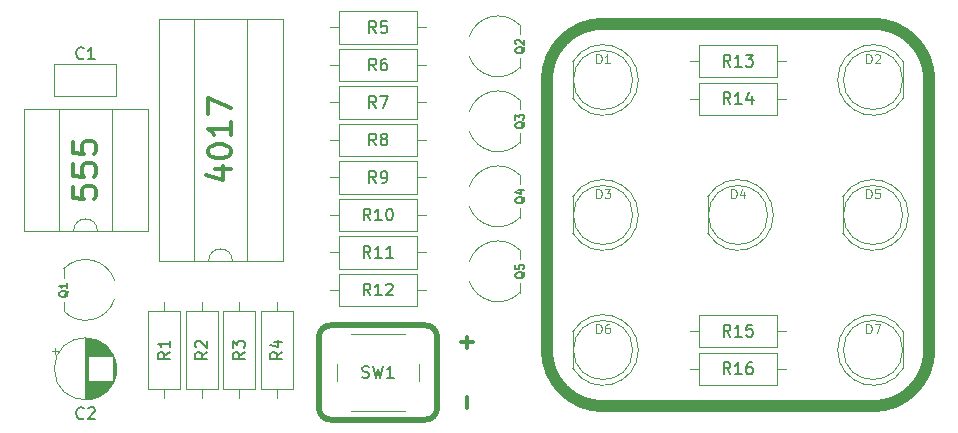
<source format=gbr>
%TF.GenerationSoftware,KiCad,Pcbnew,(5.1.6)-1*%
%TF.CreationDate,2021-03-10T22:21:53+01:00*%
%TF.ProjectId,555_Dice,3535355f-4469-4636-952e-6b696361645f,rev?*%
%TF.SameCoordinates,Original*%
%TF.FileFunction,Legend,Top*%
%TF.FilePolarity,Positive*%
%FSLAX46Y46*%
G04 Gerber Fmt 4.6, Leading zero omitted, Abs format (unit mm)*
G04 Created by KiCad (PCBNEW (5.1.6)-1) date 2021-03-10 22:21:53*
%MOMM*%
%LPD*%
G01*
G04 APERTURE LIST*
%ADD10C,0.500000*%
%ADD11C,1.000000*%
%ADD12C,0.317500*%
%ADD13C,0.300000*%
%ADD14C,0.120000*%
%ADD15C,0.150000*%
%ADD16C,0.100000*%
G04 APERTURE END LIST*
D10*
X112330000Y-74335000D02*
G75*
G02*
X113330000Y-75335000I0J-1000000D01*
G01*
X113330000Y-81335000D02*
G75*
G02*
X112330000Y-82335000I-1000000J0D01*
G01*
X104330000Y-82335000D02*
G75*
G02*
X103330000Y-81335000I0J1000000D01*
G01*
X103330000Y-75335000D02*
G75*
G02*
X104330000Y-74335000I1000000J0D01*
G01*
X113330000Y-81335000D02*
X113330000Y-75335000D01*
X104330000Y-82335000D02*
X112330000Y-82335000D01*
X103330000Y-75335000D02*
X103330000Y-81335000D01*
X112330000Y-74335000D02*
X104330000Y-74335000D01*
D11*
X127380000Y-48807500D02*
X150240000Y-48807500D01*
X122617500Y-53570000D02*
X122617500Y-76430000D01*
X155002500Y-53570000D02*
X155002500Y-76430000D01*
X127380000Y-81192500D02*
X150240000Y-81192500D01*
X127380000Y-81192500D02*
G75*
G02*
X122617500Y-76430000I0J4762500D01*
G01*
X122617500Y-53570000D02*
G75*
G02*
X127380000Y-48807500I4762500J0D01*
G01*
X150240000Y-48807500D02*
G75*
G02*
X155002500Y-53570000I0J-4762500D01*
G01*
X155002500Y-76430000D02*
G75*
G02*
X150240000Y-81192500I-4762500J0D01*
G01*
D12*
X115859285Y-80391190D02*
X115859285Y-81358809D01*
X115859285Y-75311190D02*
X115859285Y-76278809D01*
X115375476Y-75795000D02*
X116343095Y-75795000D01*
D13*
X94566428Y-61126190D02*
X95899761Y-61126190D01*
X93804523Y-61602380D02*
X95233095Y-62078571D01*
X95233095Y-60840476D01*
X93899761Y-59697619D02*
X93899761Y-59507142D01*
X93995000Y-59316666D01*
X94090238Y-59221428D01*
X94280714Y-59126190D01*
X94661666Y-59030952D01*
X95137857Y-59030952D01*
X95518809Y-59126190D01*
X95709285Y-59221428D01*
X95804523Y-59316666D01*
X95899761Y-59507142D01*
X95899761Y-59697619D01*
X95804523Y-59888095D01*
X95709285Y-59983333D01*
X95518809Y-60078571D01*
X95137857Y-60173809D01*
X94661666Y-60173809D01*
X94280714Y-60078571D01*
X94090238Y-59983333D01*
X93995000Y-59888095D01*
X93899761Y-59697619D01*
X95899761Y-57126190D02*
X95899761Y-58269047D01*
X95899761Y-57697619D02*
X93899761Y-57697619D01*
X94185476Y-57888095D01*
X94375952Y-58078571D01*
X94471190Y-58269047D01*
X93899761Y-56459523D02*
X93899761Y-55126190D01*
X95899761Y-55983333D01*
X82469761Y-62618571D02*
X82469761Y-63570952D01*
X83422142Y-63666190D01*
X83326904Y-63570952D01*
X83231666Y-63380476D01*
X83231666Y-62904285D01*
X83326904Y-62713809D01*
X83422142Y-62618571D01*
X83612619Y-62523333D01*
X84088809Y-62523333D01*
X84279285Y-62618571D01*
X84374523Y-62713809D01*
X84469761Y-62904285D01*
X84469761Y-63380476D01*
X84374523Y-63570952D01*
X84279285Y-63666190D01*
X82469761Y-60713809D02*
X82469761Y-61666190D01*
X83422142Y-61761428D01*
X83326904Y-61666190D01*
X83231666Y-61475714D01*
X83231666Y-60999523D01*
X83326904Y-60809047D01*
X83422142Y-60713809D01*
X83612619Y-60618571D01*
X84088809Y-60618571D01*
X84279285Y-60713809D01*
X84374523Y-60809047D01*
X84469761Y-60999523D01*
X84469761Y-61475714D01*
X84374523Y-61666190D01*
X84279285Y-61761428D01*
X82469761Y-58809047D02*
X82469761Y-59761428D01*
X83422142Y-59856666D01*
X83326904Y-59761428D01*
X83231666Y-59570952D01*
X83231666Y-59094761D01*
X83326904Y-58904285D01*
X83422142Y-58809047D01*
X83612619Y-58713809D01*
X84088809Y-58713809D01*
X84279285Y-58809047D01*
X84374523Y-58904285D01*
X84469761Y-59094761D01*
X84469761Y-59570952D01*
X84374523Y-59761428D01*
X84279285Y-59856666D01*
D14*
%TO.C,R16*%
X142080000Y-79387500D02*
X142080000Y-76647500D01*
X142080000Y-76647500D02*
X135540000Y-76647500D01*
X135540000Y-76647500D02*
X135540000Y-79387500D01*
X135540000Y-79387500D02*
X142080000Y-79387500D01*
X142850000Y-78017500D02*
X142080000Y-78017500D01*
X134770000Y-78017500D02*
X135540000Y-78017500D01*
%TO.C,R15*%
X142080000Y-76212500D02*
X142080000Y-73472500D01*
X142080000Y-73472500D02*
X135540000Y-73472500D01*
X135540000Y-73472500D02*
X135540000Y-76212500D01*
X135540000Y-76212500D02*
X142080000Y-76212500D01*
X142850000Y-74842500D02*
X142080000Y-74842500D01*
X134770000Y-74842500D02*
X135540000Y-74842500D01*
%TO.C,R14*%
X135540000Y-53787500D02*
X135540000Y-56527500D01*
X135540000Y-56527500D02*
X142080000Y-56527500D01*
X142080000Y-56527500D02*
X142080000Y-53787500D01*
X142080000Y-53787500D02*
X135540000Y-53787500D01*
X134770000Y-55157500D02*
X135540000Y-55157500D01*
X142850000Y-55157500D02*
X142080000Y-55157500D01*
%TO.C,R13*%
X142080000Y-53352500D02*
X142080000Y-50612500D01*
X142080000Y-50612500D02*
X135540000Y-50612500D01*
X135540000Y-50612500D02*
X135540000Y-53352500D01*
X135540000Y-53352500D02*
X142080000Y-53352500D01*
X142850000Y-51982500D02*
X142080000Y-51982500D01*
X134770000Y-51982500D02*
X135540000Y-51982500D01*
%TO.C,R12*%
X111600000Y-72720000D02*
X111600000Y-69980000D01*
X111600000Y-69980000D02*
X105060000Y-69980000D01*
X105060000Y-69980000D02*
X105060000Y-72720000D01*
X105060000Y-72720000D02*
X111600000Y-72720000D01*
X112370000Y-71350000D02*
X111600000Y-71350000D01*
X104290000Y-71350000D02*
X105060000Y-71350000D01*
%TO.C,R11*%
X111600000Y-69545000D02*
X111600000Y-66805000D01*
X111600000Y-66805000D02*
X105060000Y-66805000D01*
X105060000Y-66805000D02*
X105060000Y-69545000D01*
X105060000Y-69545000D02*
X111600000Y-69545000D01*
X112370000Y-68175000D02*
X111600000Y-68175000D01*
X104290000Y-68175000D02*
X105060000Y-68175000D01*
%TO.C,R10*%
X111600000Y-66370000D02*
X111600000Y-63630000D01*
X111600000Y-63630000D02*
X105060000Y-63630000D01*
X105060000Y-63630000D02*
X105060000Y-66370000D01*
X105060000Y-66370000D02*
X111600000Y-66370000D01*
X112370000Y-65000000D02*
X111600000Y-65000000D01*
X104290000Y-65000000D02*
X105060000Y-65000000D01*
%TO.C,R9*%
X111600000Y-63195000D02*
X111600000Y-60455000D01*
X111600000Y-60455000D02*
X105060000Y-60455000D01*
X105060000Y-60455000D02*
X105060000Y-63195000D01*
X105060000Y-63195000D02*
X111600000Y-63195000D01*
X112370000Y-61825000D02*
X111600000Y-61825000D01*
X104290000Y-61825000D02*
X105060000Y-61825000D01*
%TO.C,R8*%
X111600000Y-60020000D02*
X111600000Y-57280000D01*
X111600000Y-57280000D02*
X105060000Y-57280000D01*
X105060000Y-57280000D02*
X105060000Y-60020000D01*
X105060000Y-60020000D02*
X111600000Y-60020000D01*
X112370000Y-58650000D02*
X111600000Y-58650000D01*
X104290000Y-58650000D02*
X105060000Y-58650000D01*
%TO.C,R7*%
X111600000Y-56845000D02*
X111600000Y-54105000D01*
X111600000Y-54105000D02*
X105060000Y-54105000D01*
X105060000Y-54105000D02*
X105060000Y-56845000D01*
X105060000Y-56845000D02*
X111600000Y-56845000D01*
X112370000Y-55475000D02*
X111600000Y-55475000D01*
X104290000Y-55475000D02*
X105060000Y-55475000D01*
%TO.C,R6*%
X111600000Y-53670000D02*
X111600000Y-50930000D01*
X111600000Y-50930000D02*
X105060000Y-50930000D01*
X105060000Y-50930000D02*
X105060000Y-53670000D01*
X105060000Y-53670000D02*
X111600000Y-53670000D01*
X112370000Y-52300000D02*
X111600000Y-52300000D01*
X104290000Y-52300000D02*
X105060000Y-52300000D01*
%TO.C,R5*%
X111600000Y-50495000D02*
X111600000Y-47755000D01*
X111600000Y-47755000D02*
X105060000Y-47755000D01*
X105060000Y-47755000D02*
X105060000Y-50495000D01*
X105060000Y-50495000D02*
X111600000Y-50495000D01*
X112370000Y-49125000D02*
X111600000Y-49125000D01*
X104290000Y-49125000D02*
X105060000Y-49125000D01*
%TO.C,R4*%
X98387500Y-79700000D02*
X101127500Y-79700000D01*
X101127500Y-79700000D02*
X101127500Y-73160000D01*
X101127500Y-73160000D02*
X98387500Y-73160000D01*
X98387500Y-73160000D02*
X98387500Y-79700000D01*
X99757500Y-80470000D02*
X99757500Y-79700000D01*
X99757500Y-72390000D02*
X99757500Y-73160000D01*
%TO.C,R3*%
X97952500Y-73160000D02*
X95212500Y-73160000D01*
X95212500Y-73160000D02*
X95212500Y-79700000D01*
X95212500Y-79700000D02*
X97952500Y-79700000D01*
X97952500Y-79700000D02*
X97952500Y-73160000D01*
X96582500Y-72390000D02*
X96582500Y-73160000D01*
X96582500Y-80470000D02*
X96582500Y-79700000D01*
%TO.C,R2*%
X92037500Y-79700000D02*
X94777500Y-79700000D01*
X94777500Y-79700000D02*
X94777500Y-73160000D01*
X94777500Y-73160000D02*
X92037500Y-73160000D01*
X92037500Y-73160000D02*
X92037500Y-79700000D01*
X93407500Y-80470000D02*
X93407500Y-79700000D01*
X93407500Y-72390000D02*
X93407500Y-73160000D01*
%TO.C,R1*%
X88862500Y-79700000D02*
X91602500Y-79700000D01*
X91602500Y-79700000D02*
X91602500Y-73160000D01*
X91602500Y-73160000D02*
X88862500Y-73160000D01*
X88862500Y-73160000D02*
X88862500Y-79700000D01*
X90232500Y-80470000D02*
X90232500Y-79700000D01*
X90232500Y-72390000D02*
X90232500Y-73160000D01*
%TO.C,SW1*%
X111830000Y-79085000D02*
X111830000Y-77585000D01*
X110580000Y-75085000D02*
X106080000Y-75085000D01*
X104830000Y-77585000D02*
X104830000Y-79085000D01*
X106080000Y-81585000D02*
X110580000Y-81585000D01*
%TO.C,D7*%
X152800000Y-77975000D02*
X152800000Y-74885000D01*
X152740000Y-76430000D02*
G75*
G03*
X152740000Y-76430000I-2500000J0D01*
G01*
X147250000Y-76430462D02*
G75*
G02*
X152800000Y-74885170I2990000J462D01*
G01*
X147250000Y-76429538D02*
G75*
G03*
X152800000Y-77974830I2990000J-462D01*
G01*
%TO.C,D6*%
X124820000Y-74885000D02*
X124820000Y-77975000D01*
X129880000Y-76430000D02*
G75*
G03*
X129880000Y-76430000I-2500000J0D01*
G01*
X130370000Y-76429538D02*
G75*
G02*
X124820000Y-77974830I-2990000J-462D01*
G01*
X130370000Y-76430462D02*
G75*
G03*
X124820000Y-74885170I-2990000J462D01*
G01*
%TO.C,D5*%
X147680000Y-63455000D02*
X147680000Y-66545000D01*
X152740000Y-65000000D02*
G75*
G03*
X152740000Y-65000000I-2500000J0D01*
G01*
X153230000Y-64999538D02*
G75*
G02*
X147680000Y-66544830I-2990000J-462D01*
G01*
X153230000Y-65000462D02*
G75*
G03*
X147680000Y-63455170I-2990000J462D01*
G01*
%TO.C,D4*%
X136250000Y-63455000D02*
X136250000Y-66545000D01*
X141310000Y-65000000D02*
G75*
G03*
X141310000Y-65000000I-2500000J0D01*
G01*
X141800000Y-64999538D02*
G75*
G02*
X136250000Y-66544830I-2990000J-462D01*
G01*
X141800000Y-65000462D02*
G75*
G03*
X136250000Y-63455170I-2990000J462D01*
G01*
%TO.C,D3*%
X124820000Y-63455000D02*
X124820000Y-66545000D01*
X129880000Y-65000000D02*
G75*
G03*
X129880000Y-65000000I-2500000J0D01*
G01*
X130370000Y-64999538D02*
G75*
G02*
X124820000Y-66544830I-2990000J-462D01*
G01*
X130370000Y-65000462D02*
G75*
G03*
X124820000Y-63455170I-2990000J462D01*
G01*
%TO.C,D2*%
X152800000Y-55115000D02*
X152800000Y-52025000D01*
X152740000Y-53570000D02*
G75*
G03*
X152740000Y-53570000I-2500000J0D01*
G01*
X147250000Y-53570462D02*
G75*
G02*
X152800000Y-52025170I2990000J462D01*
G01*
X147250000Y-53569538D02*
G75*
G03*
X152800000Y-55114830I2990000J-462D01*
G01*
%TO.C,D1*%
X124820000Y-52025000D02*
X124820000Y-55115000D01*
X129880000Y-53570000D02*
G75*
G03*
X129880000Y-53570000I-2500000J0D01*
G01*
X130370000Y-53569538D02*
G75*
G02*
X124820000Y-55114830I-2990000J-462D01*
G01*
X130370000Y-53570462D02*
G75*
G03*
X124820000Y-52025170I-2990000J462D01*
G01*
%TO.C,Q4*%
X120340000Y-65212500D02*
X120340000Y-64428500D01*
X120340000Y-62396500D02*
X120340000Y-61612500D01*
X120331741Y-65224375D02*
G75*
G02*
X116040000Y-64232500I-1841741J1811875D01*
G01*
X120317684Y-61604055D02*
G75*
G03*
X116040000Y-62632500I-1827684J-1808445D01*
G01*
%TO.C,C1*%
X86165000Y-52200000D02*
X86165000Y-54940000D01*
X80925000Y-52200000D02*
X80925000Y-54940000D01*
X80925000Y-54940000D02*
X86165000Y-54940000D01*
X80925000Y-52200000D02*
X86165000Y-52200000D01*
%TO.C,C2*%
X80990225Y-76292500D02*
X80990225Y-76792500D01*
X80740225Y-76542500D02*
X81240225Y-76542500D01*
X86146000Y-77733500D02*
X86146000Y-78301500D01*
X86106000Y-77499500D02*
X86106000Y-78535500D01*
X86066000Y-77340500D02*
X86066000Y-78694500D01*
X86026000Y-77212500D02*
X86026000Y-78822500D01*
X85986000Y-77102500D02*
X85986000Y-78932500D01*
X85946000Y-77006500D02*
X85946000Y-79028500D01*
X85906000Y-76919500D02*
X85906000Y-79115500D01*
X85866000Y-76839500D02*
X85866000Y-79195500D01*
X85826000Y-79057500D02*
X85826000Y-79268500D01*
X85826000Y-76766500D02*
X85826000Y-76977500D01*
X85786000Y-79057500D02*
X85786000Y-79336500D01*
X85786000Y-76698500D02*
X85786000Y-76977500D01*
X85746000Y-79057500D02*
X85746000Y-79400500D01*
X85746000Y-76634500D02*
X85746000Y-76977500D01*
X85706000Y-79057500D02*
X85706000Y-79460500D01*
X85706000Y-76574500D02*
X85706000Y-76977500D01*
X85666000Y-79057500D02*
X85666000Y-79517500D01*
X85666000Y-76517500D02*
X85666000Y-76977500D01*
X85626000Y-79057500D02*
X85626000Y-79571500D01*
X85626000Y-76463500D02*
X85626000Y-76977500D01*
X85586000Y-79057500D02*
X85586000Y-79622500D01*
X85586000Y-76412500D02*
X85586000Y-76977500D01*
X85546000Y-79057500D02*
X85546000Y-79670500D01*
X85546000Y-76364500D02*
X85546000Y-76977500D01*
X85506000Y-79057500D02*
X85506000Y-79716500D01*
X85506000Y-76318500D02*
X85506000Y-76977500D01*
X85466000Y-79057500D02*
X85466000Y-79760500D01*
X85466000Y-76274500D02*
X85466000Y-76977500D01*
X85426000Y-79057500D02*
X85426000Y-79802500D01*
X85426000Y-76232500D02*
X85426000Y-76977500D01*
X85386000Y-79057500D02*
X85386000Y-79843500D01*
X85386000Y-76191500D02*
X85386000Y-76977500D01*
X85346000Y-79057500D02*
X85346000Y-79881500D01*
X85346000Y-76153500D02*
X85346000Y-76977500D01*
X85306000Y-79057500D02*
X85306000Y-79918500D01*
X85306000Y-76116500D02*
X85306000Y-76977500D01*
X85266000Y-79057500D02*
X85266000Y-79954500D01*
X85266000Y-76080500D02*
X85266000Y-76977500D01*
X85226000Y-79057500D02*
X85226000Y-79988500D01*
X85226000Y-76046500D02*
X85226000Y-76977500D01*
X85186000Y-79057500D02*
X85186000Y-80021500D01*
X85186000Y-76013500D02*
X85186000Y-76977500D01*
X85146000Y-79057500D02*
X85146000Y-80052500D01*
X85146000Y-75982500D02*
X85146000Y-76977500D01*
X85106000Y-79057500D02*
X85106000Y-80082500D01*
X85106000Y-75952500D02*
X85106000Y-76977500D01*
X85066000Y-79057500D02*
X85066000Y-80112500D01*
X85066000Y-75922500D02*
X85066000Y-76977500D01*
X85026000Y-79057500D02*
X85026000Y-80139500D01*
X85026000Y-75895500D02*
X85026000Y-76977500D01*
X84986000Y-79057500D02*
X84986000Y-80166500D01*
X84986000Y-75868500D02*
X84986000Y-76977500D01*
X84946000Y-79057500D02*
X84946000Y-80192500D01*
X84946000Y-75842500D02*
X84946000Y-76977500D01*
X84906000Y-79057500D02*
X84906000Y-80217500D01*
X84906000Y-75817500D02*
X84906000Y-76977500D01*
X84866000Y-79057500D02*
X84866000Y-80241500D01*
X84866000Y-75793500D02*
X84866000Y-76977500D01*
X84826000Y-79057500D02*
X84826000Y-80264500D01*
X84826000Y-75770500D02*
X84826000Y-76977500D01*
X84786000Y-79057500D02*
X84786000Y-80285500D01*
X84786000Y-75749500D02*
X84786000Y-76977500D01*
X84746000Y-79057500D02*
X84746000Y-80307500D01*
X84746000Y-75727500D02*
X84746000Y-76977500D01*
X84706000Y-79057500D02*
X84706000Y-80327500D01*
X84706000Y-75707500D02*
X84706000Y-76977500D01*
X84666000Y-79057500D02*
X84666000Y-80346500D01*
X84666000Y-75688500D02*
X84666000Y-76977500D01*
X84626000Y-79057500D02*
X84626000Y-80365500D01*
X84626000Y-75669500D02*
X84626000Y-76977500D01*
X84586000Y-79057500D02*
X84586000Y-80382500D01*
X84586000Y-75652500D02*
X84586000Y-76977500D01*
X84546000Y-79057500D02*
X84546000Y-80399500D01*
X84546000Y-75635500D02*
X84546000Y-76977500D01*
X84506000Y-79057500D02*
X84506000Y-80415500D01*
X84506000Y-75619500D02*
X84506000Y-76977500D01*
X84466000Y-79057500D02*
X84466000Y-80431500D01*
X84466000Y-75603500D02*
X84466000Y-76977500D01*
X84426000Y-79057500D02*
X84426000Y-80445500D01*
X84426000Y-75589500D02*
X84426000Y-76977500D01*
X84386000Y-79057500D02*
X84386000Y-80459500D01*
X84386000Y-75575500D02*
X84386000Y-76977500D01*
X84346000Y-79057500D02*
X84346000Y-80472500D01*
X84346000Y-75562500D02*
X84346000Y-76977500D01*
X84306000Y-79057500D02*
X84306000Y-80485500D01*
X84306000Y-75549500D02*
X84306000Y-76977500D01*
X84266000Y-79057500D02*
X84266000Y-80497500D01*
X84266000Y-75537500D02*
X84266000Y-76977500D01*
X84225000Y-79057500D02*
X84225000Y-80508500D01*
X84225000Y-75526500D02*
X84225000Y-76977500D01*
X84185000Y-79057500D02*
X84185000Y-80518500D01*
X84185000Y-75516500D02*
X84185000Y-76977500D01*
X84145000Y-79057500D02*
X84145000Y-80528500D01*
X84145000Y-75506500D02*
X84145000Y-76977500D01*
X84105000Y-79057500D02*
X84105000Y-80537500D01*
X84105000Y-75497500D02*
X84105000Y-76977500D01*
X84065000Y-79057500D02*
X84065000Y-80545500D01*
X84065000Y-75489500D02*
X84065000Y-76977500D01*
X84025000Y-79057500D02*
X84025000Y-80553500D01*
X84025000Y-75481500D02*
X84025000Y-76977500D01*
X83985000Y-79057500D02*
X83985000Y-80560500D01*
X83985000Y-75474500D02*
X83985000Y-76977500D01*
X83945000Y-79057500D02*
X83945000Y-80567500D01*
X83945000Y-75467500D02*
X83945000Y-76977500D01*
X83905000Y-79057500D02*
X83905000Y-80573500D01*
X83905000Y-75461500D02*
X83905000Y-76977500D01*
X83865000Y-79057500D02*
X83865000Y-80578500D01*
X83865000Y-75456500D02*
X83865000Y-76977500D01*
X83825000Y-79057500D02*
X83825000Y-80582500D01*
X83825000Y-75452500D02*
X83825000Y-76977500D01*
X83785000Y-79057500D02*
X83785000Y-80586500D01*
X83785000Y-75448500D02*
X83785000Y-76977500D01*
X83745000Y-75444500D02*
X83745000Y-80590500D01*
X83705000Y-75441500D02*
X83705000Y-80593500D01*
X83665000Y-75439500D02*
X83665000Y-80595500D01*
X83625000Y-75438500D02*
X83625000Y-80596500D01*
X83585000Y-75437500D02*
X83585000Y-80597500D01*
X83545000Y-75437500D02*
X83545000Y-80597500D01*
X86165000Y-78017500D02*
G75*
G03*
X86165000Y-78017500I-2620000J0D01*
G01*
%TO.C,Q5*%
X120340000Y-71562500D02*
X120340000Y-70778500D01*
X120340000Y-68746500D02*
X120340000Y-67962500D01*
X120331741Y-71574375D02*
G75*
G02*
X116040000Y-70582500I-1841741J1811875D01*
G01*
X120317684Y-67954055D02*
G75*
G03*
X116040000Y-68982500I-1827684J-1808445D01*
G01*
%TO.C,Q2*%
X120340000Y-52512500D02*
X120340000Y-51728500D01*
X120340000Y-49696500D02*
X120340000Y-48912500D01*
X120331741Y-52524375D02*
G75*
G02*
X116040000Y-51532500I-1841741J1811875D01*
G01*
X120317684Y-48904055D02*
G75*
G03*
X116040000Y-49932500I-1827684J-1808445D01*
G01*
%TO.C,Q3*%
X120340000Y-58862500D02*
X120340000Y-58078500D01*
X120340000Y-56046500D02*
X120340000Y-55262500D01*
X120331741Y-58874375D02*
G75*
G02*
X116040000Y-57882500I-1841741J1811875D01*
G01*
X120317684Y-55254055D02*
G75*
G03*
X116040000Y-56282500I-1827684J-1808445D01*
G01*
%TO.C,Q1*%
X81715000Y-69550000D02*
X81715000Y-70334000D01*
X81715000Y-72366000D02*
X81715000Y-73150000D01*
X81723259Y-69538125D02*
G75*
G02*
X86015000Y-70530000I1841741J-1811875D01*
G01*
X81737316Y-73158445D02*
G75*
G03*
X86015000Y-72130000I1827684J1808445D01*
G01*
%TO.C,U2*%
X89745000Y-68930000D02*
X100245000Y-68930000D01*
X89745000Y-48370000D02*
X89745000Y-68930000D01*
X100245000Y-48370000D02*
X89745000Y-48370000D01*
X100245000Y-68930000D02*
X100245000Y-48370000D01*
X92745000Y-68870000D02*
X93995000Y-68870000D01*
X92745000Y-48430000D02*
X92745000Y-68870000D01*
X97245000Y-48430000D02*
X92745000Y-48430000D01*
X97245000Y-68870000D02*
X97245000Y-48430000D01*
X95995000Y-68870000D02*
X97245000Y-68870000D01*
X93995000Y-68870000D02*
G75*
G02*
X95995000Y-68870000I1000000J0D01*
G01*
%TO.C,U1*%
X84565000Y-66330000D02*
X85815000Y-66330000D01*
X85815000Y-66330000D02*
X85815000Y-56050000D01*
X85815000Y-56050000D02*
X81315000Y-56050000D01*
X81315000Y-56050000D02*
X81315000Y-66330000D01*
X81315000Y-66330000D02*
X82565000Y-66330000D01*
X88815000Y-66390000D02*
X88815000Y-55990000D01*
X88815000Y-55990000D02*
X78315000Y-55990000D01*
X78315000Y-55990000D02*
X78315000Y-66390000D01*
X78315000Y-66390000D02*
X88815000Y-66390000D01*
X82565000Y-66330000D02*
G75*
G02*
X84565000Y-66330000I1000000J0D01*
G01*
%TO.C,R16*%
D15*
X138167142Y-78469880D02*
X137833809Y-77993690D01*
X137595714Y-78469880D02*
X137595714Y-77469880D01*
X137976666Y-77469880D01*
X138071904Y-77517500D01*
X138119523Y-77565119D01*
X138167142Y-77660357D01*
X138167142Y-77803214D01*
X138119523Y-77898452D01*
X138071904Y-77946071D01*
X137976666Y-77993690D01*
X137595714Y-77993690D01*
X139119523Y-78469880D02*
X138548095Y-78469880D01*
X138833809Y-78469880D02*
X138833809Y-77469880D01*
X138738571Y-77612738D01*
X138643333Y-77707976D01*
X138548095Y-77755595D01*
X139976666Y-77469880D02*
X139786190Y-77469880D01*
X139690952Y-77517500D01*
X139643333Y-77565119D01*
X139548095Y-77707976D01*
X139500476Y-77898452D01*
X139500476Y-78279404D01*
X139548095Y-78374642D01*
X139595714Y-78422261D01*
X139690952Y-78469880D01*
X139881428Y-78469880D01*
X139976666Y-78422261D01*
X140024285Y-78374642D01*
X140071904Y-78279404D01*
X140071904Y-78041309D01*
X140024285Y-77946071D01*
X139976666Y-77898452D01*
X139881428Y-77850833D01*
X139690952Y-77850833D01*
X139595714Y-77898452D01*
X139548095Y-77946071D01*
X139500476Y-78041309D01*
%TO.C,R15*%
X138167142Y-75294880D02*
X137833809Y-74818690D01*
X137595714Y-75294880D02*
X137595714Y-74294880D01*
X137976666Y-74294880D01*
X138071904Y-74342500D01*
X138119523Y-74390119D01*
X138167142Y-74485357D01*
X138167142Y-74628214D01*
X138119523Y-74723452D01*
X138071904Y-74771071D01*
X137976666Y-74818690D01*
X137595714Y-74818690D01*
X139119523Y-75294880D02*
X138548095Y-75294880D01*
X138833809Y-75294880D02*
X138833809Y-74294880D01*
X138738571Y-74437738D01*
X138643333Y-74532976D01*
X138548095Y-74580595D01*
X140024285Y-74294880D02*
X139548095Y-74294880D01*
X139500476Y-74771071D01*
X139548095Y-74723452D01*
X139643333Y-74675833D01*
X139881428Y-74675833D01*
X139976666Y-74723452D01*
X140024285Y-74771071D01*
X140071904Y-74866309D01*
X140071904Y-75104404D01*
X140024285Y-75199642D01*
X139976666Y-75247261D01*
X139881428Y-75294880D01*
X139643333Y-75294880D01*
X139548095Y-75247261D01*
X139500476Y-75199642D01*
%TO.C,R14*%
X138167142Y-55609880D02*
X137833809Y-55133690D01*
X137595714Y-55609880D02*
X137595714Y-54609880D01*
X137976666Y-54609880D01*
X138071904Y-54657500D01*
X138119523Y-54705119D01*
X138167142Y-54800357D01*
X138167142Y-54943214D01*
X138119523Y-55038452D01*
X138071904Y-55086071D01*
X137976666Y-55133690D01*
X137595714Y-55133690D01*
X139119523Y-55609880D02*
X138548095Y-55609880D01*
X138833809Y-55609880D02*
X138833809Y-54609880D01*
X138738571Y-54752738D01*
X138643333Y-54847976D01*
X138548095Y-54895595D01*
X139976666Y-54943214D02*
X139976666Y-55609880D01*
X139738571Y-54562261D02*
X139500476Y-55276547D01*
X140119523Y-55276547D01*
%TO.C,R13*%
X138167142Y-52434880D02*
X137833809Y-51958690D01*
X137595714Y-52434880D02*
X137595714Y-51434880D01*
X137976666Y-51434880D01*
X138071904Y-51482500D01*
X138119523Y-51530119D01*
X138167142Y-51625357D01*
X138167142Y-51768214D01*
X138119523Y-51863452D01*
X138071904Y-51911071D01*
X137976666Y-51958690D01*
X137595714Y-51958690D01*
X139119523Y-52434880D02*
X138548095Y-52434880D01*
X138833809Y-52434880D02*
X138833809Y-51434880D01*
X138738571Y-51577738D01*
X138643333Y-51672976D01*
X138548095Y-51720595D01*
X139452857Y-51434880D02*
X140071904Y-51434880D01*
X139738571Y-51815833D01*
X139881428Y-51815833D01*
X139976666Y-51863452D01*
X140024285Y-51911071D01*
X140071904Y-52006309D01*
X140071904Y-52244404D01*
X140024285Y-52339642D01*
X139976666Y-52387261D01*
X139881428Y-52434880D01*
X139595714Y-52434880D01*
X139500476Y-52387261D01*
X139452857Y-52339642D01*
%TO.C,R12*%
X107687142Y-71802380D02*
X107353809Y-71326190D01*
X107115714Y-71802380D02*
X107115714Y-70802380D01*
X107496666Y-70802380D01*
X107591904Y-70850000D01*
X107639523Y-70897619D01*
X107687142Y-70992857D01*
X107687142Y-71135714D01*
X107639523Y-71230952D01*
X107591904Y-71278571D01*
X107496666Y-71326190D01*
X107115714Y-71326190D01*
X108639523Y-71802380D02*
X108068095Y-71802380D01*
X108353809Y-71802380D02*
X108353809Y-70802380D01*
X108258571Y-70945238D01*
X108163333Y-71040476D01*
X108068095Y-71088095D01*
X109020476Y-70897619D02*
X109068095Y-70850000D01*
X109163333Y-70802380D01*
X109401428Y-70802380D01*
X109496666Y-70850000D01*
X109544285Y-70897619D01*
X109591904Y-70992857D01*
X109591904Y-71088095D01*
X109544285Y-71230952D01*
X108972857Y-71802380D01*
X109591904Y-71802380D01*
%TO.C,R11*%
X107687142Y-68627380D02*
X107353809Y-68151190D01*
X107115714Y-68627380D02*
X107115714Y-67627380D01*
X107496666Y-67627380D01*
X107591904Y-67675000D01*
X107639523Y-67722619D01*
X107687142Y-67817857D01*
X107687142Y-67960714D01*
X107639523Y-68055952D01*
X107591904Y-68103571D01*
X107496666Y-68151190D01*
X107115714Y-68151190D01*
X108639523Y-68627380D02*
X108068095Y-68627380D01*
X108353809Y-68627380D02*
X108353809Y-67627380D01*
X108258571Y-67770238D01*
X108163333Y-67865476D01*
X108068095Y-67913095D01*
X109591904Y-68627380D02*
X109020476Y-68627380D01*
X109306190Y-68627380D02*
X109306190Y-67627380D01*
X109210952Y-67770238D01*
X109115714Y-67865476D01*
X109020476Y-67913095D01*
%TO.C,R10*%
X107687142Y-65452380D02*
X107353809Y-64976190D01*
X107115714Y-65452380D02*
X107115714Y-64452380D01*
X107496666Y-64452380D01*
X107591904Y-64500000D01*
X107639523Y-64547619D01*
X107687142Y-64642857D01*
X107687142Y-64785714D01*
X107639523Y-64880952D01*
X107591904Y-64928571D01*
X107496666Y-64976190D01*
X107115714Y-64976190D01*
X108639523Y-65452380D02*
X108068095Y-65452380D01*
X108353809Y-65452380D02*
X108353809Y-64452380D01*
X108258571Y-64595238D01*
X108163333Y-64690476D01*
X108068095Y-64738095D01*
X109258571Y-64452380D02*
X109353809Y-64452380D01*
X109449047Y-64500000D01*
X109496666Y-64547619D01*
X109544285Y-64642857D01*
X109591904Y-64833333D01*
X109591904Y-65071428D01*
X109544285Y-65261904D01*
X109496666Y-65357142D01*
X109449047Y-65404761D01*
X109353809Y-65452380D01*
X109258571Y-65452380D01*
X109163333Y-65404761D01*
X109115714Y-65357142D01*
X109068095Y-65261904D01*
X109020476Y-65071428D01*
X109020476Y-64833333D01*
X109068095Y-64642857D01*
X109115714Y-64547619D01*
X109163333Y-64500000D01*
X109258571Y-64452380D01*
%TO.C,R9*%
X108163333Y-62277380D02*
X107830000Y-61801190D01*
X107591904Y-62277380D02*
X107591904Y-61277380D01*
X107972857Y-61277380D01*
X108068095Y-61325000D01*
X108115714Y-61372619D01*
X108163333Y-61467857D01*
X108163333Y-61610714D01*
X108115714Y-61705952D01*
X108068095Y-61753571D01*
X107972857Y-61801190D01*
X107591904Y-61801190D01*
X108639523Y-62277380D02*
X108830000Y-62277380D01*
X108925238Y-62229761D01*
X108972857Y-62182142D01*
X109068095Y-62039285D01*
X109115714Y-61848809D01*
X109115714Y-61467857D01*
X109068095Y-61372619D01*
X109020476Y-61325000D01*
X108925238Y-61277380D01*
X108734761Y-61277380D01*
X108639523Y-61325000D01*
X108591904Y-61372619D01*
X108544285Y-61467857D01*
X108544285Y-61705952D01*
X108591904Y-61801190D01*
X108639523Y-61848809D01*
X108734761Y-61896428D01*
X108925238Y-61896428D01*
X109020476Y-61848809D01*
X109068095Y-61801190D01*
X109115714Y-61705952D01*
%TO.C,R8*%
X108163333Y-59102380D02*
X107830000Y-58626190D01*
X107591904Y-59102380D02*
X107591904Y-58102380D01*
X107972857Y-58102380D01*
X108068095Y-58150000D01*
X108115714Y-58197619D01*
X108163333Y-58292857D01*
X108163333Y-58435714D01*
X108115714Y-58530952D01*
X108068095Y-58578571D01*
X107972857Y-58626190D01*
X107591904Y-58626190D01*
X108734761Y-58530952D02*
X108639523Y-58483333D01*
X108591904Y-58435714D01*
X108544285Y-58340476D01*
X108544285Y-58292857D01*
X108591904Y-58197619D01*
X108639523Y-58150000D01*
X108734761Y-58102380D01*
X108925238Y-58102380D01*
X109020476Y-58150000D01*
X109068095Y-58197619D01*
X109115714Y-58292857D01*
X109115714Y-58340476D01*
X109068095Y-58435714D01*
X109020476Y-58483333D01*
X108925238Y-58530952D01*
X108734761Y-58530952D01*
X108639523Y-58578571D01*
X108591904Y-58626190D01*
X108544285Y-58721428D01*
X108544285Y-58911904D01*
X108591904Y-59007142D01*
X108639523Y-59054761D01*
X108734761Y-59102380D01*
X108925238Y-59102380D01*
X109020476Y-59054761D01*
X109068095Y-59007142D01*
X109115714Y-58911904D01*
X109115714Y-58721428D01*
X109068095Y-58626190D01*
X109020476Y-58578571D01*
X108925238Y-58530952D01*
%TO.C,R7*%
X108163333Y-55927380D02*
X107830000Y-55451190D01*
X107591904Y-55927380D02*
X107591904Y-54927380D01*
X107972857Y-54927380D01*
X108068095Y-54975000D01*
X108115714Y-55022619D01*
X108163333Y-55117857D01*
X108163333Y-55260714D01*
X108115714Y-55355952D01*
X108068095Y-55403571D01*
X107972857Y-55451190D01*
X107591904Y-55451190D01*
X108496666Y-54927380D02*
X109163333Y-54927380D01*
X108734761Y-55927380D01*
%TO.C,R6*%
X108163333Y-52752380D02*
X107830000Y-52276190D01*
X107591904Y-52752380D02*
X107591904Y-51752380D01*
X107972857Y-51752380D01*
X108068095Y-51800000D01*
X108115714Y-51847619D01*
X108163333Y-51942857D01*
X108163333Y-52085714D01*
X108115714Y-52180952D01*
X108068095Y-52228571D01*
X107972857Y-52276190D01*
X107591904Y-52276190D01*
X109020476Y-51752380D02*
X108830000Y-51752380D01*
X108734761Y-51800000D01*
X108687142Y-51847619D01*
X108591904Y-51990476D01*
X108544285Y-52180952D01*
X108544285Y-52561904D01*
X108591904Y-52657142D01*
X108639523Y-52704761D01*
X108734761Y-52752380D01*
X108925238Y-52752380D01*
X109020476Y-52704761D01*
X109068095Y-52657142D01*
X109115714Y-52561904D01*
X109115714Y-52323809D01*
X109068095Y-52228571D01*
X109020476Y-52180952D01*
X108925238Y-52133333D01*
X108734761Y-52133333D01*
X108639523Y-52180952D01*
X108591904Y-52228571D01*
X108544285Y-52323809D01*
%TO.C,R5*%
X108163333Y-49577380D02*
X107830000Y-49101190D01*
X107591904Y-49577380D02*
X107591904Y-48577380D01*
X107972857Y-48577380D01*
X108068095Y-48625000D01*
X108115714Y-48672619D01*
X108163333Y-48767857D01*
X108163333Y-48910714D01*
X108115714Y-49005952D01*
X108068095Y-49053571D01*
X107972857Y-49101190D01*
X107591904Y-49101190D01*
X109068095Y-48577380D02*
X108591904Y-48577380D01*
X108544285Y-49053571D01*
X108591904Y-49005952D01*
X108687142Y-48958333D01*
X108925238Y-48958333D01*
X109020476Y-49005952D01*
X109068095Y-49053571D01*
X109115714Y-49148809D01*
X109115714Y-49386904D01*
X109068095Y-49482142D01*
X109020476Y-49529761D01*
X108925238Y-49577380D01*
X108687142Y-49577380D01*
X108591904Y-49529761D01*
X108544285Y-49482142D01*
%TO.C,R4*%
X100209880Y-76596666D02*
X99733690Y-76930000D01*
X100209880Y-77168095D02*
X99209880Y-77168095D01*
X99209880Y-76787142D01*
X99257500Y-76691904D01*
X99305119Y-76644285D01*
X99400357Y-76596666D01*
X99543214Y-76596666D01*
X99638452Y-76644285D01*
X99686071Y-76691904D01*
X99733690Y-76787142D01*
X99733690Y-77168095D01*
X99543214Y-75739523D02*
X100209880Y-75739523D01*
X99162261Y-75977619D02*
X99876547Y-76215714D01*
X99876547Y-75596666D01*
%TO.C,R3*%
X97034880Y-76596666D02*
X96558690Y-76930000D01*
X97034880Y-77168095D02*
X96034880Y-77168095D01*
X96034880Y-76787142D01*
X96082500Y-76691904D01*
X96130119Y-76644285D01*
X96225357Y-76596666D01*
X96368214Y-76596666D01*
X96463452Y-76644285D01*
X96511071Y-76691904D01*
X96558690Y-76787142D01*
X96558690Y-77168095D01*
X96034880Y-76263333D02*
X96034880Y-75644285D01*
X96415833Y-75977619D01*
X96415833Y-75834761D01*
X96463452Y-75739523D01*
X96511071Y-75691904D01*
X96606309Y-75644285D01*
X96844404Y-75644285D01*
X96939642Y-75691904D01*
X96987261Y-75739523D01*
X97034880Y-75834761D01*
X97034880Y-76120476D01*
X96987261Y-76215714D01*
X96939642Y-76263333D01*
%TO.C,R2*%
X93859880Y-76596666D02*
X93383690Y-76930000D01*
X93859880Y-77168095D02*
X92859880Y-77168095D01*
X92859880Y-76787142D01*
X92907500Y-76691904D01*
X92955119Y-76644285D01*
X93050357Y-76596666D01*
X93193214Y-76596666D01*
X93288452Y-76644285D01*
X93336071Y-76691904D01*
X93383690Y-76787142D01*
X93383690Y-77168095D01*
X92955119Y-76215714D02*
X92907500Y-76168095D01*
X92859880Y-76072857D01*
X92859880Y-75834761D01*
X92907500Y-75739523D01*
X92955119Y-75691904D01*
X93050357Y-75644285D01*
X93145595Y-75644285D01*
X93288452Y-75691904D01*
X93859880Y-76263333D01*
X93859880Y-75644285D01*
%TO.C,R1*%
X90684880Y-76596666D02*
X90208690Y-76930000D01*
X90684880Y-77168095D02*
X89684880Y-77168095D01*
X89684880Y-76787142D01*
X89732500Y-76691904D01*
X89780119Y-76644285D01*
X89875357Y-76596666D01*
X90018214Y-76596666D01*
X90113452Y-76644285D01*
X90161071Y-76691904D01*
X90208690Y-76787142D01*
X90208690Y-77168095D01*
X90684880Y-75644285D02*
X90684880Y-76215714D01*
X90684880Y-75930000D02*
X89684880Y-75930000D01*
X89827738Y-76025238D01*
X89922976Y-76120476D01*
X89970595Y-76215714D01*
%TO.C,SW1*%
X106996666Y-78739761D02*
X107139523Y-78787380D01*
X107377619Y-78787380D01*
X107472857Y-78739761D01*
X107520476Y-78692142D01*
X107568095Y-78596904D01*
X107568095Y-78501666D01*
X107520476Y-78406428D01*
X107472857Y-78358809D01*
X107377619Y-78311190D01*
X107187142Y-78263571D01*
X107091904Y-78215952D01*
X107044285Y-78168333D01*
X106996666Y-78073095D01*
X106996666Y-77977857D01*
X107044285Y-77882619D01*
X107091904Y-77835000D01*
X107187142Y-77787380D01*
X107425238Y-77787380D01*
X107568095Y-77835000D01*
X107901428Y-77787380D02*
X108139523Y-78787380D01*
X108330000Y-78073095D01*
X108520476Y-78787380D01*
X108758571Y-77787380D01*
X109663333Y-78787380D02*
X109091904Y-78787380D01*
X109377619Y-78787380D02*
X109377619Y-77787380D01*
X109282380Y-77930238D01*
X109187142Y-78025476D01*
X109091904Y-78073095D01*
%TO.C,D7*%
D16*
X149686428Y-74991285D02*
X149686428Y-74241285D01*
X149865000Y-74241285D01*
X149972142Y-74277000D01*
X150043571Y-74348428D01*
X150079285Y-74419857D01*
X150115000Y-74562714D01*
X150115000Y-74669857D01*
X150079285Y-74812714D01*
X150043571Y-74884142D01*
X149972142Y-74955571D01*
X149865000Y-74991285D01*
X149686428Y-74991285D01*
X150365000Y-74241285D02*
X150865000Y-74241285D01*
X150543571Y-74991285D01*
%TO.C,D6*%
X126826428Y-74991285D02*
X126826428Y-74241285D01*
X127005000Y-74241285D01*
X127112142Y-74277000D01*
X127183571Y-74348428D01*
X127219285Y-74419857D01*
X127255000Y-74562714D01*
X127255000Y-74669857D01*
X127219285Y-74812714D01*
X127183571Y-74884142D01*
X127112142Y-74955571D01*
X127005000Y-74991285D01*
X126826428Y-74991285D01*
X127897857Y-74241285D02*
X127755000Y-74241285D01*
X127683571Y-74277000D01*
X127647857Y-74312714D01*
X127576428Y-74419857D01*
X127540714Y-74562714D01*
X127540714Y-74848428D01*
X127576428Y-74919857D01*
X127612142Y-74955571D01*
X127683571Y-74991285D01*
X127826428Y-74991285D01*
X127897857Y-74955571D01*
X127933571Y-74919857D01*
X127969285Y-74848428D01*
X127969285Y-74669857D01*
X127933571Y-74598428D01*
X127897857Y-74562714D01*
X127826428Y-74527000D01*
X127683571Y-74527000D01*
X127612142Y-74562714D01*
X127576428Y-74598428D01*
X127540714Y-74669857D01*
%TO.C,D5*%
X149686428Y-63561285D02*
X149686428Y-62811285D01*
X149865000Y-62811285D01*
X149972142Y-62847000D01*
X150043571Y-62918428D01*
X150079285Y-62989857D01*
X150115000Y-63132714D01*
X150115000Y-63239857D01*
X150079285Y-63382714D01*
X150043571Y-63454142D01*
X149972142Y-63525571D01*
X149865000Y-63561285D01*
X149686428Y-63561285D01*
X150793571Y-62811285D02*
X150436428Y-62811285D01*
X150400714Y-63168428D01*
X150436428Y-63132714D01*
X150507857Y-63097000D01*
X150686428Y-63097000D01*
X150757857Y-63132714D01*
X150793571Y-63168428D01*
X150829285Y-63239857D01*
X150829285Y-63418428D01*
X150793571Y-63489857D01*
X150757857Y-63525571D01*
X150686428Y-63561285D01*
X150507857Y-63561285D01*
X150436428Y-63525571D01*
X150400714Y-63489857D01*
%TO.C,D4*%
X138256428Y-63561285D02*
X138256428Y-62811285D01*
X138435000Y-62811285D01*
X138542142Y-62847000D01*
X138613571Y-62918428D01*
X138649285Y-62989857D01*
X138685000Y-63132714D01*
X138685000Y-63239857D01*
X138649285Y-63382714D01*
X138613571Y-63454142D01*
X138542142Y-63525571D01*
X138435000Y-63561285D01*
X138256428Y-63561285D01*
X139327857Y-63061285D02*
X139327857Y-63561285D01*
X139149285Y-62775571D02*
X138970714Y-63311285D01*
X139435000Y-63311285D01*
%TO.C,D3*%
X126826428Y-63561285D02*
X126826428Y-62811285D01*
X127005000Y-62811285D01*
X127112142Y-62847000D01*
X127183571Y-62918428D01*
X127219285Y-62989857D01*
X127255000Y-63132714D01*
X127255000Y-63239857D01*
X127219285Y-63382714D01*
X127183571Y-63454142D01*
X127112142Y-63525571D01*
X127005000Y-63561285D01*
X126826428Y-63561285D01*
X127505000Y-62811285D02*
X127969285Y-62811285D01*
X127719285Y-63097000D01*
X127826428Y-63097000D01*
X127897857Y-63132714D01*
X127933571Y-63168428D01*
X127969285Y-63239857D01*
X127969285Y-63418428D01*
X127933571Y-63489857D01*
X127897857Y-63525571D01*
X127826428Y-63561285D01*
X127612142Y-63561285D01*
X127540714Y-63525571D01*
X127505000Y-63489857D01*
%TO.C,D2*%
X149686428Y-52131285D02*
X149686428Y-51381285D01*
X149865000Y-51381285D01*
X149972142Y-51417000D01*
X150043571Y-51488428D01*
X150079285Y-51559857D01*
X150115000Y-51702714D01*
X150115000Y-51809857D01*
X150079285Y-51952714D01*
X150043571Y-52024142D01*
X149972142Y-52095571D01*
X149865000Y-52131285D01*
X149686428Y-52131285D01*
X150400714Y-51452714D02*
X150436428Y-51417000D01*
X150507857Y-51381285D01*
X150686428Y-51381285D01*
X150757857Y-51417000D01*
X150793571Y-51452714D01*
X150829285Y-51524142D01*
X150829285Y-51595571D01*
X150793571Y-51702714D01*
X150365000Y-52131285D01*
X150829285Y-52131285D01*
%TO.C,D1*%
X126826428Y-52131285D02*
X126826428Y-51381285D01*
X127005000Y-51381285D01*
X127112142Y-51417000D01*
X127183571Y-51488428D01*
X127219285Y-51559857D01*
X127255000Y-51702714D01*
X127255000Y-51809857D01*
X127219285Y-51952714D01*
X127183571Y-52024142D01*
X127112142Y-52095571D01*
X127005000Y-52131285D01*
X126826428Y-52131285D01*
X127969285Y-52131285D02*
X127540714Y-52131285D01*
X127755000Y-52131285D02*
X127755000Y-51381285D01*
X127683571Y-51488428D01*
X127612142Y-51559857D01*
X127540714Y-51595571D01*
%TO.C,Q4*%
D15*
X120723333Y-63479166D02*
X120690000Y-63545833D01*
X120623333Y-63612500D01*
X120523333Y-63712500D01*
X120490000Y-63779166D01*
X120490000Y-63845833D01*
X120656666Y-63812500D02*
X120623333Y-63879166D01*
X120556666Y-63945833D01*
X120423333Y-63979166D01*
X120190000Y-63979166D01*
X120056666Y-63945833D01*
X119990000Y-63879166D01*
X119956666Y-63812500D01*
X119956666Y-63679166D01*
X119990000Y-63612500D01*
X120056666Y-63545833D01*
X120190000Y-63512500D01*
X120423333Y-63512500D01*
X120556666Y-63545833D01*
X120623333Y-63612500D01*
X120656666Y-63679166D01*
X120656666Y-63812500D01*
X120190000Y-62912500D02*
X120656666Y-62912500D01*
X119923333Y-63079166D02*
X120423333Y-63245833D01*
X120423333Y-62812500D01*
%TO.C,C1*%
X83398333Y-51704642D02*
X83350714Y-51752261D01*
X83207857Y-51799880D01*
X83112619Y-51799880D01*
X82969761Y-51752261D01*
X82874523Y-51657023D01*
X82826904Y-51561785D01*
X82779285Y-51371309D01*
X82779285Y-51228452D01*
X82826904Y-51037976D01*
X82874523Y-50942738D01*
X82969761Y-50847500D01*
X83112619Y-50799880D01*
X83207857Y-50799880D01*
X83350714Y-50847500D01*
X83398333Y-50895119D01*
X84350714Y-51799880D02*
X83779285Y-51799880D01*
X84065000Y-51799880D02*
X84065000Y-50799880D01*
X83969761Y-50942738D01*
X83874523Y-51037976D01*
X83779285Y-51085595D01*
%TO.C,C2*%
X83398333Y-82184642D02*
X83350714Y-82232261D01*
X83207857Y-82279880D01*
X83112619Y-82279880D01*
X82969761Y-82232261D01*
X82874523Y-82137023D01*
X82826904Y-82041785D01*
X82779285Y-81851309D01*
X82779285Y-81708452D01*
X82826904Y-81517976D01*
X82874523Y-81422738D01*
X82969761Y-81327500D01*
X83112619Y-81279880D01*
X83207857Y-81279880D01*
X83350714Y-81327500D01*
X83398333Y-81375119D01*
X83779285Y-81375119D02*
X83826904Y-81327500D01*
X83922142Y-81279880D01*
X84160238Y-81279880D01*
X84255476Y-81327500D01*
X84303095Y-81375119D01*
X84350714Y-81470357D01*
X84350714Y-81565595D01*
X84303095Y-81708452D01*
X83731666Y-82279880D01*
X84350714Y-82279880D01*
%TO.C,Q5*%
X120723333Y-69829166D02*
X120690000Y-69895833D01*
X120623333Y-69962500D01*
X120523333Y-70062500D01*
X120490000Y-70129166D01*
X120490000Y-70195833D01*
X120656666Y-70162500D02*
X120623333Y-70229166D01*
X120556666Y-70295833D01*
X120423333Y-70329166D01*
X120190000Y-70329166D01*
X120056666Y-70295833D01*
X119990000Y-70229166D01*
X119956666Y-70162500D01*
X119956666Y-70029166D01*
X119990000Y-69962500D01*
X120056666Y-69895833D01*
X120190000Y-69862500D01*
X120423333Y-69862500D01*
X120556666Y-69895833D01*
X120623333Y-69962500D01*
X120656666Y-70029166D01*
X120656666Y-70162500D01*
X119956666Y-69229166D02*
X119956666Y-69562500D01*
X120290000Y-69595833D01*
X120256666Y-69562500D01*
X120223333Y-69495833D01*
X120223333Y-69329166D01*
X120256666Y-69262500D01*
X120290000Y-69229166D01*
X120356666Y-69195833D01*
X120523333Y-69195833D01*
X120590000Y-69229166D01*
X120623333Y-69262500D01*
X120656666Y-69329166D01*
X120656666Y-69495833D01*
X120623333Y-69562500D01*
X120590000Y-69595833D01*
%TO.C,Q2*%
X120723333Y-50779166D02*
X120690000Y-50845833D01*
X120623333Y-50912500D01*
X120523333Y-51012500D01*
X120490000Y-51079166D01*
X120490000Y-51145833D01*
X120656666Y-51112500D02*
X120623333Y-51179166D01*
X120556666Y-51245833D01*
X120423333Y-51279166D01*
X120190000Y-51279166D01*
X120056666Y-51245833D01*
X119990000Y-51179166D01*
X119956666Y-51112500D01*
X119956666Y-50979166D01*
X119990000Y-50912500D01*
X120056666Y-50845833D01*
X120190000Y-50812500D01*
X120423333Y-50812500D01*
X120556666Y-50845833D01*
X120623333Y-50912500D01*
X120656666Y-50979166D01*
X120656666Y-51112500D01*
X120023333Y-50545833D02*
X119990000Y-50512500D01*
X119956666Y-50445833D01*
X119956666Y-50279166D01*
X119990000Y-50212500D01*
X120023333Y-50179166D01*
X120090000Y-50145833D01*
X120156666Y-50145833D01*
X120256666Y-50179166D01*
X120656666Y-50579166D01*
X120656666Y-50145833D01*
%TO.C,Q3*%
X120723333Y-57129166D02*
X120690000Y-57195833D01*
X120623333Y-57262500D01*
X120523333Y-57362500D01*
X120490000Y-57429166D01*
X120490000Y-57495833D01*
X120656666Y-57462500D02*
X120623333Y-57529166D01*
X120556666Y-57595833D01*
X120423333Y-57629166D01*
X120190000Y-57629166D01*
X120056666Y-57595833D01*
X119990000Y-57529166D01*
X119956666Y-57462500D01*
X119956666Y-57329166D01*
X119990000Y-57262500D01*
X120056666Y-57195833D01*
X120190000Y-57162500D01*
X120423333Y-57162500D01*
X120556666Y-57195833D01*
X120623333Y-57262500D01*
X120656666Y-57329166D01*
X120656666Y-57462500D01*
X119956666Y-56929166D02*
X119956666Y-56495833D01*
X120223333Y-56729166D01*
X120223333Y-56629166D01*
X120256666Y-56562500D01*
X120290000Y-56529166D01*
X120356666Y-56495833D01*
X120523333Y-56495833D01*
X120590000Y-56529166D01*
X120623333Y-56562500D01*
X120656666Y-56629166D01*
X120656666Y-56829166D01*
X120623333Y-56895833D01*
X120590000Y-56929166D01*
%TO.C,Q1*%
X82098333Y-71416666D02*
X82065000Y-71483333D01*
X81998333Y-71550000D01*
X81898333Y-71650000D01*
X81865000Y-71716666D01*
X81865000Y-71783333D01*
X82031666Y-71750000D02*
X81998333Y-71816666D01*
X81931666Y-71883333D01*
X81798333Y-71916666D01*
X81565000Y-71916666D01*
X81431666Y-71883333D01*
X81365000Y-71816666D01*
X81331666Y-71750000D01*
X81331666Y-71616666D01*
X81365000Y-71550000D01*
X81431666Y-71483333D01*
X81565000Y-71450000D01*
X81798333Y-71450000D01*
X81931666Y-71483333D01*
X81998333Y-71550000D01*
X82031666Y-71616666D01*
X82031666Y-71750000D01*
X82031666Y-70783333D02*
X82031666Y-71183333D01*
X82031666Y-70983333D02*
X81331666Y-70983333D01*
X81431666Y-71050000D01*
X81498333Y-71116666D01*
X81531666Y-71183333D01*
%TD*%
M02*

</source>
